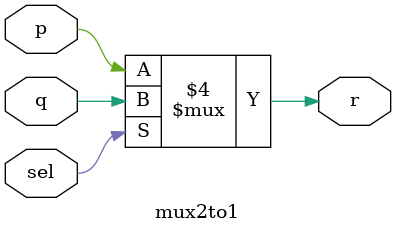
<source format=v>
`timescale 1ns / 1ps
module MUX(input a,b,c,d,sel1,sel2, output y 
    );
	wire m,n;
	mux2to1 mux1 (m, a , b ,sel1);
	mux2to1 mux2 (n, c , d ,sel1);
	mux2to1 mux3 (y, m , n ,sel2);
endmodule

//module mux2to1(output r, input p,q,sel
//	);
//	
//	not v1(sel_not,sel);
//	and v2(out1,p,sel_not);
//	and v3(out2,q,sel);
//	or v4(r,out1,out2);
//endmodule


module mux2to1(output reg r, input p,q,sel
	);
	always@(p,q)
	begin
	if(sel ==0)  begin
	
		r = p; end
	else begin
		r = q; end
	end
endmodule

</source>
